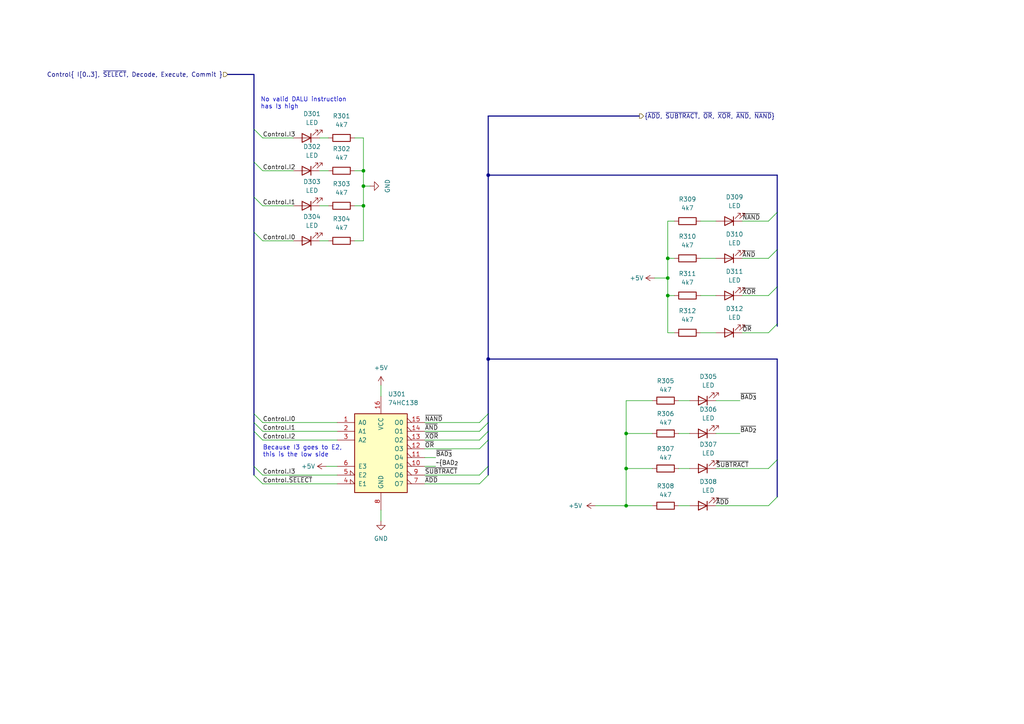
<source format=kicad_sch>
(kicad_sch (version 20211123) (generator eeschema)
  (paper "A4")
  (lib_symbols
    (symbol "74xx:74LS138" (pin_names (offset 1.016))
      (property "Reference" "U" (at -7.62 11.43 0))
      (property "Value" "74LS138" (at -7.62 -13.97 0))
      (symbol "74LS138_1_0"
        (pin input line (at -12.7 7.62 0) (length 5.08) (name "A0") (number "1"))
        (pin output output_low (at 12.7 -5.08 180) (length 5.08) (name "O5") (number "10"))
        (pin output output_low (at 12.7 -2.54 180) (length 5.08) (name "O4") (number "11"))
        (pin output output_low (at 12.7 0 180) (length 5.08) (name "O3") (number "12"))
        (pin output output_low (at 12.7 2.54 180) (length 5.08) (name "O2") (number "13"))
        (pin output output_low (at 12.7 5.08 180) (length 5.08) (name "O1") (number "14"))
        (pin output output_low (at 12.7 7.62 180) (length 5.08) (name "O0") (number "15"))
        (pin power_in line (at 0 15.24 270) (length 5.08) (name "VCC") (number "16"))
        (pin input line (at -12.7 5.08 0) (length 5.08) (name "A1") (number "2"))
        (pin input line (at -12.7 2.54 0) (length 5.08) (name "A2") (number "3"))
        (pin input input_low (at -12.7 -10.16 0) (length 5.08) (name "E1") (number "4"))
        (pin input input_low (at -12.7 -7.62 0) (length 5.08) (name "E2") (number "5"))
        (pin input line (at -12.7 -5.08 0) (length 5.08) (name "E3") (number "6"))
        (pin output output_low (at 12.7 -10.16 180) (length 5.08) (name "O7") (number "7"))
        (pin power_in line (at 0 -17.78 90) (length 5.08) (name "GND") (number "8"))
        (pin output output_low (at 12.7 -7.62 180) (length 5.08) (name "O6") (number "9"))
      )
      (symbol "74LS138_1_1"
        (rectangle (start -7.62 10.16) (end 7.62 -12.7) (stroke (width 0.254)) (fill (type background)))
      )
    )
    (symbol "Device:LED" (pin_numbers hide) (pin_names (offset 1.016) hide)
      (property "Reference" "D" (at 0 2.54 0))
      (property "Value" "LED" (at 0 -2.54 0))
      (symbol "LED_0_1"
        (polyline (pts (xy -1.27 -1.27) (xy -1.27 1.27)) (stroke (width 0.254)))
        (polyline (pts (xy -1.27 0) (xy 1.27 0)))
        (polyline (pts (xy 1.27 -1.27) (xy 1.27 1.27) (xy -1.27 0) (xy 1.27 -1.27)) (stroke (width 0.254)))
        (polyline (pts (xy -3.048 -0.762) (xy -4.572 -2.286) (xy -3.81 -2.286) (xy -4.572 -2.286) (xy -4.572 -1.524)))
        (polyline (pts (xy -1.778 -0.762) (xy -3.302 -2.286) (xy -2.54 -2.286) (xy -3.302 -2.286) (xy -3.302 -1.524)))
      )
      (symbol "LED_1_1"
        (pin passive line (at -3.81 0 0) (length 2.54) (name "K") (number "1"))
        (pin passive line (at 3.81 0 180) (length 2.54) (name "A") (number "2"))
      )
    )
    (symbol "Device:R" (pin_numbers hide) (pin_names (offset 0))
      (property "Reference" "R" (at 2.032 0 90))
      (property "Value" "R" (at 0 0 90))
      (symbol "R_0_1"
        (rectangle (start -1.016 -2.54) (end 1.016 2.54) (stroke (width 0.254)))
      )
      (symbol "R_1_1"
        (pin passive line (at 0 3.81 270) (length 1.27) (name "~") (number "1"))
        (pin passive line (at 0 -3.81 90) (length 1.27) (name "~") (number "2"))
      )
    )
    (symbol "power:+5V" (power) (pin_names (offset 0))
      (property "Value" "+5V" (at 0 3.556 0))
      (symbol "+5V_0_1"
        (polyline (pts (xy -0.762 1.27) (xy 0 2.54)))
        (polyline (pts (xy 0 0) (xy 0 2.54)))
        (polyline (pts (xy 0 2.54) (xy 0.762 1.27)))
      )
      (symbol "+5V_1_1"
        (pin power_in line (at 0 0 90) (length 0) hide (name "+5V") (number "1"))
      )
    )
    (symbol "power:GND" (power) (pin_names (offset 0))
      (property "Value" "GND" (at 0 -3.81 0))
      (symbol "GND_0_1"
        (polyline (pts (xy 0 0) (xy 0 -1.27) (xy 1.27 -1.27) (xy 0 -2.54) (xy -1.27 -1.27) (xy 0 -1.27)))
      )
      (symbol "GND_1_1"
        (pin power_in line (at 0 0 270) (length 0) hide (name "GND") (number "1"))
      )
    )
  )
  (junction (at 105.41 59.69))
  (junction (at 141.605 104.14))
  (junction (at 105.41 53.975))
  (junction (at 141.605 50.8))
  (junction (at 193.675 74.93))
  (junction (at 193.675 85.725))
  (junction (at 181.61 135.89))
  (junction (at 105.41 49.53))
  (junction (at 193.675 80.645))
  (junction (at 181.61 125.73))
  (junction (at 181.61 146.685))
  (bus_entry (at 141.605 127.635) (size -2.54 2.54))
  (bus_entry (at 73.66 120.015) (size 2.54 2.54))
  (bus_entry (at 73.66 137.795) (size 2.54 2.54))
  (bus_entry (at 73.66 46.99) (size 2.54 2.54))
  (bus_entry (at 73.66 125.095) (size 2.54 2.54))
  (bus_entry (at 141.605 135.255) (size -2.54 2.54))
  (bus_entry (at 225.425 83.185) (size -2.54 2.54))
  (bus_entry (at 141.605 120.015) (size -2.54 2.54))
  (bus_entry (at 73.66 135.255) (size 2.54 2.54))
  (bus_entry (at 141.605 122.555) (size -2.54 2.54))
  (bus_entry (at 73.66 37.465) (size 2.54 2.54))
  (bus_entry (at 141.605 137.795) (size -2.54 2.54))
  (bus_entry (at 73.66 122.555) (size 2.54 2.54))
  (bus_entry (at 73.66 57.15) (size 2.54 2.54))
  (bus_entry (at 225.425 72.39) (size -2.54 2.54))
  (bus_entry (at 73.66 67.31) (size 2.54 2.54))
  (bus_entry (at 225.425 61.595) (size -2.54 2.54))
  (bus_entry (at 141.605 125.095) (size -2.54 2.54))
  (bus_entry (at 225.425 144.145) (size -2.54 2.54))
  (bus_entry (at 225.425 133.35) (size -2.54 2.54))
  (bus_entry (at 225.425 93.98) (size -2.54 2.54))
  (wire (pts (xy 92.71 49.53) (xy 95.25 49.53)))
  (wire (pts (xy 203.2 96.52) (xy 207.645 96.52)))
  (wire (pts (xy 193.675 85.725) (xy 195.58 85.725)))
  (wire (pts (xy 203.2 85.725) (xy 207.645 85.725)))
  (bus (pts (xy 73.66 37.465) (xy 73.66 46.99)))
  (wire (pts (xy 193.675 64.135) (xy 193.675 74.93)))
  (bus (pts (xy 73.66 135.255) (xy 73.66 137.795)))
  (wire (pts (xy 76.2 49.53) (xy 85.09 49.53)))
  (wire (pts (xy 76.2 59.69) (xy 85.09 59.69)))
  (wire (pts (xy 102.87 59.69) (xy 105.41 59.69)))
  (wire (pts (xy 123.19 130.175) (xy 139.065 130.175)))
  (bus (pts (xy 225.425 72.39) (xy 225.425 83.185)))
  (bus (pts (xy 73.66 21.59) (xy 73.66 37.465)))
  (wire (pts (xy 76.2 122.555) (xy 97.79 122.555)))
  (wire (pts (xy 123.19 125.095) (xy 139.065 125.095)))
  (wire (pts (xy 76.2 140.335) (xy 97.79 140.335)))
  (bus (pts (xy 141.605 50.8) (xy 141.605 104.14)))
  (wire (pts (xy 102.87 49.53) (xy 105.41 49.53)))
  (wire (pts (xy 203.2 74.93) (xy 207.645 74.93)))
  (wire (pts (xy 181.61 125.73) (xy 181.61 135.89)))
  (bus (pts (xy 73.66 125.095) (xy 73.66 135.255)))
  (bus (pts (xy 225.425 83.185) (xy 225.425 93.98)))
  (wire (pts (xy 193.675 74.93) (xy 193.675 80.645)))
  (wire (pts (xy 76.2 40.005) (xy 85.09 40.005)))
  (wire (pts (xy 181.61 146.685) (xy 189.23 146.685)))
  (wire (pts (xy 207.645 125.73) (xy 214.63 125.73)))
  (wire (pts (xy 196.85 146.685) (xy 200.025 146.685)))
  (wire (pts (xy 181.61 135.89) (xy 181.61 146.685)))
  (wire (pts (xy 123.19 140.335) (xy 139.065 140.335)))
  (wire (pts (xy 189.23 125.73) (xy 181.61 125.73)))
  (wire (pts (xy 105.41 59.69) (xy 105.41 69.85)))
  (bus (pts (xy 141.605 104.14) (xy 141.605 120.015)))
  (wire (pts (xy 193.675 96.52) (xy 195.58 96.52)))
  (bus (pts (xy 141.605 125.095) (xy 141.605 127.635)))
  (wire (pts (xy 76.2 125.095) (xy 97.79 125.095)))
  (bus (pts (xy 73.66 67.31) (xy 73.66 120.015)))
  (wire (pts (xy 181.61 116.205) (xy 181.61 125.73)))
  (bus (pts (xy 66.04 21.59) (xy 73.66 21.59)))
  (wire (pts (xy 123.19 122.555) (xy 139.065 122.555)))
  (wire (pts (xy 193.675 80.645) (xy 193.675 85.725)))
  (wire (pts (xy 207.645 116.205) (xy 214.63 116.205)))
  (wire (pts (xy 215.265 64.135) (xy 222.885 64.135)))
  (wire (pts (xy 196.85 116.205) (xy 200.025 116.205)))
  (bus (pts (xy 73.66 122.555) (xy 73.66 125.095)))
  (wire (pts (xy 92.71 40.005) (xy 95.25 40.005)))
  (bus (pts (xy 225.425 50.8) (xy 225.425 61.595)))
  (bus (pts (xy 225.425 93.98) (xy 225.425 94.615)))
  (wire (pts (xy 196.85 125.73) (xy 200.025 125.73)))
  (wire (pts (xy 94.615 135.255) (xy 97.79 135.255)))
  (wire (pts (xy 110.49 111.76) (xy 110.49 114.935)))
  (wire (pts (xy 105.41 69.85) (xy 102.87 69.85)))
  (wire (pts (xy 215.265 85.725) (xy 222.885 85.725)))
  (bus (pts (xy 141.605 33.655) (xy 141.605 50.8)))
  (bus (pts (xy 225.425 104.14) (xy 225.425 133.35)))
  (bus (pts (xy 141.605 50.8) (xy 225.425 50.8)))
  (wire (pts (xy 105.41 53.975) (xy 107.315 53.975)))
  (wire (pts (xy 105.41 49.53) (xy 105.41 53.975)))
  (wire (pts (xy 76.2 137.795) (xy 97.79 137.795)))
  (bus (pts (xy 73.66 57.15) (xy 73.66 67.31)))
  (bus (pts (xy 225.425 133.35) (xy 225.425 144.145)))
  (wire (pts (xy 207.645 135.89) (xy 222.885 135.89)))
  (bus (pts (xy 73.66 46.99) (xy 73.66 57.15)))
  (wire (pts (xy 193.675 85.725) (xy 193.675 96.52)))
  (bus (pts (xy 141.605 104.14) (xy 225.425 104.14)))
  (wire (pts (xy 123.19 127.635) (xy 139.065 127.635)))
  (wire (pts (xy 196.85 135.89) (xy 200.025 135.89)))
  (wire (pts (xy 203.2 64.135) (xy 207.645 64.135)))
  (wire (pts (xy 76.2 127.635) (xy 97.79 127.635)))
  (wire (pts (xy 189.23 135.89) (xy 181.61 135.89)))
  (wire (pts (xy 123.19 137.795) (xy 139.065 137.795)))
  (wire (pts (xy 189.23 116.205) (xy 181.61 116.205)))
  (wire (pts (xy 172.72 146.685) (xy 181.61 146.685)))
  (bus (pts (xy 225.425 61.595) (xy 225.425 72.39)))
  (wire (pts (xy 110.49 147.955) (xy 110.49 151.13)))
  (bus (pts (xy 185.42 33.655) (xy 141.605 33.655)))
  (wire (pts (xy 102.87 40.005) (xy 105.41 40.005)))
  (wire (pts (xy 92.71 69.85) (xy 95.25 69.85)))
  (bus (pts (xy 141.605 135.255) (xy 141.605 137.795)))
  (wire (pts (xy 105.41 40.005) (xy 105.41 49.53)))
  (bus (pts (xy 141.605 122.555) (xy 141.605 125.095)))
  (wire (pts (xy 123.19 132.715) (xy 126.365 132.715)))
  (bus (pts (xy 141.605 127.635) (xy 141.605 135.255)))
  (wire (pts (xy 193.675 74.93) (xy 195.58 74.93)))
  (wire (pts (xy 215.265 96.52) (xy 222.885 96.52)))
  (bus (pts (xy 141.605 120.015) (xy 141.605 122.555)))
  (wire (pts (xy 215.265 74.93) (xy 222.885 74.93)))
  (wire (pts (xy 189.865 80.645) (xy 193.675 80.645)))
  (wire (pts (xy 195.58 64.135) (xy 193.675 64.135)))
  (wire (pts (xy 76.2 69.85) (xy 85.09 69.85)))
  (wire (pts (xy 123.19 135.255) (xy 126.365 135.255)))
  (wire (pts (xy 207.645 146.685) (xy 222.885 146.685)))
  (bus (pts (xy 73.66 120.015) (xy 73.66 122.555)))
  (wire (pts (xy 92.71 59.69) (xy 95.25 59.69)))
  (wire (pts (xy 105.41 53.975) (xy 105.41 59.69)))
  (text "No valid DALU instruction\nhas I_{3} high" (at 75.565 31.75 0) (effects (font (size 1.27 1.27)) (justify left bottom)))
  (text "Because I3 goes to E2,\nthis is the low side" (at 76.2 132.715 0) (effects (font (size 1.27 1.27)) (justify left bottom)))
  (label "~{OR}" (at 123.19 130.175 0))
  (label "Control.I1" (at 76.2 125.095 0))
  (label "~{SUBTRACT}" (at 207.645 135.89 0))
  (label "~{AND}" (at 215.265 74.93 0))
  (label "~{AND}" (at 123.19 125.095 0))
  (label "~{ADD}" (at 123.19 140.335 0))
  (label "~{ADD}" (at 207.645 146.685 0))
  (label "~{NAND}" (at 123.19 122.555 0))
  (label "~{BAD_{2}" (at 126.365 135.255 0))
  (label "Control.I1" (at 76.2 59.69 0))
  (label "Control.I2" (at 76.2 127.635 0))
  (label "Control.I3" (at 76.2 40.005 0))
  (label "~{NAND}" (at 215.265 64.135 0))
  (label "Control.~{SELECT}" (at 76.2 140.335 0))
  (label "~{BAD_{3}}" (at 126.365 132.715 0))
  (label "~{XOR}" (at 215.265 85.725 0))
  (label "Control.I2" (at 76.2 49.53 0))
  (label "~{XOR}" (at 123.19 127.635 0))
  (label "Control.I3" (at 76.2 137.795 0))
  (label "Control.I0" (at 76.2 122.555 0))
  (label "~{OR}" (at 215.265 96.52 0))
  (label "~{BAD_{3}}" (at 214.63 116.205 0))
  (label "~{BAD_{2}}" (at 214.63 125.73 0))
  (label "~{SUBTRACT}" (at 123.19 137.795 0))
  (label "Control.I0" (at 76.2 69.85 0))
  (hierarchical_label "Control{ I[0..3], ~{SELECT}, Decode, Execute, Commit }" (shape input) (at 66.04 21.59 180))
  (hierarchical_label "{~{ADD}, ~{SUBTRACT}, ~{OR}, ~{XOR}, ~{AND}, ~{NAND}}" (shape output) (at 185.42 33.655 0))
  (symbol (lib_id "power:GND") (at 110.49 151.13 0) (unit 1)
    (property "Reference" "#PWR0304" (effects hide))
    (property "Value" "GND" (at 110.49 156.21 0))
  )
  (symbol (lib_id "Device:R") (at 193.04 116.205 270) (unit 1)
    (property "Reference" "R305" (at 193.04 110.49 90))
    (property "Value" "4k7" (at 193.04 113.03 90))
    (property "Footprint" "Resistor_SMD:R_0603_1608Metric" (effects hide))
    (property "Datasheet" "https://datasheet.lcsc.com/lcsc/2206010116_UNI-ROYAL-Uniroyal-Elec-0603WAF4701T5E_C23162.pdf" (effects hide))
    (property "LCSC" "C23162" (effects hide))
  )
  (symbol (lib_id "Device:R") (at 193.04 135.89 270) (unit 1)
    (property "Reference" "R307" (at 193.04 130.175 90))
    (property "Value" "4k7" (at 193.04 132.715 90))
    (property "Footprint" "Resistor_SMD:R_0603_1608Metric" (effects hide))
    (property "Datasheet" "https://datasheet.lcsc.com/lcsc/2206010116_UNI-ROYAL-Uniroyal-Elec-0603WAF4701T5E_C23162.pdf" (effects hide))
    (property "LCSC" "C23162" (effects hide))
  )
  (symbol (lib_id "74xx:74LS138") (at 110.49 130.175 0) (unit 1)
    (property "Reference" "U301" (at 112.5094 114.3 0) (effects (justify left)))
    (property "Value" "74HC138" (at 112.5094 116.84 0) (effects (justify left)))
    (property "Footprint" "Package_DIP:DIP-16_W7.62mm_Socket" (effects hide))
    (property "Datasheet" "http://www.ti.com/lit/gpn/sn74LS138" (effects hide))
  )
  (symbol (lib_id "Device:R") (at 199.39 85.725 270) (unit 1)
    (property "Reference" "R311" (at 199.39 79.375 90))
    (property "Value" "4k7" (at 199.39 81.915 90))
    (property "Footprint" "Resistor_SMD:R_0603_1608Metric" (effects hide))
    (property "Datasheet" "https://datasheet.lcsc.com/lcsc/2206010116_UNI-ROYAL-Uniroyal-Elec-0603WAF4701T5E_C23162.pdf" (effects hide))
    (property "LCSC" "C23162" (effects hide))
  )
  (symbol (lib_id "Device:R") (at 193.04 146.685 270) (unit 1)
    (property "Reference" "R308" (at 193.04 140.97 90))
    (property "Value" "4k7" (at 193.04 143.51 90))
    (property "Footprint" "Resistor_SMD:R_0603_1608Metric" (effects hide))
    (property "Datasheet" "https://datasheet.lcsc.com/lcsc/2206010116_UNI-ROYAL-Uniroyal-Elec-0603WAF4701T5E_C23162.pdf" (effects hide))
    (property "LCSC" "C23162" (effects hide))
  )
  (symbol (lib_id "Device:R") (at 199.39 96.52 270) (unit 1)
    (property "Reference" "R312" (at 199.39 90.17 90))
    (property "Value" "4k7" (at 199.39 92.71 90))
    (property "Footprint" "Resistor_SMD:R_0603_1608Metric" (effects hide))
    (property "Datasheet" "https://datasheet.lcsc.com/lcsc/2206010116_UNI-ROYAL-Uniroyal-Elec-0603WAF4701T5E_C23162.pdf" (effects hide))
    (property "LCSC" "C23162" (effects hide))
  )
  (symbol (lib_id "power:+5V") (at 189.865 80.645 90) (unit 1)
    (property "Reference" "#PWR0306" (effects hide))
    (property "Value" "+5V" (at 186.69 80.6449 90) (effects (justify left)))
  )
  (symbol (lib_id "Device:LED") (at 203.835 125.73 180) (unit 1)
    (property "Reference" "D306" (at 205.4225 118.745 0))
    (property "Value" "LED" (at 205.4225 121.285 0))
    (property "Footprint" "LED_SMD:LED_0603_1608Metric" (effects hide))
    (property "Datasheet" "https://datasheet.lcsc.com/lcsc/1810231112_Hubei-KENTO-Elec-KT-0603R_C2286.pdf" (effects hide))
    (property "LCSC" "C2286" (effects hide))
  )
  (symbol (lib_id "Device:LED") (at 203.835 116.205 180) (unit 1)
    (property "Reference" "D305" (at 205.4225 109.22 0))
    (property "Value" "LED" (at 205.4225 111.76 0))
    (property "Footprint" "LED_SMD:LED_0603_1608Metric" (effects hide))
    (property "Datasheet" "https://datasheet.lcsc.com/lcsc/1810231112_Hubei-KENTO-Elec-KT-0603R_C2286.pdf" (effects hide))
    (property "LCSC" "C2286" (effects hide))
  )
  (symbol (lib_id "Device:LED") (at 88.9 59.69 180) (unit 1)
    (property "Reference" "D303" (at 90.4875 52.705 0))
    (property "Value" "LED" (at 90.4875 55.245 0))
    (property "Footprint" "LED_SMD:LED_0603_1608Metric" (effects hide))
    (property "Datasheet" "https://datasheet.lcsc.com/lcsc/1811101510_Everlight-Elec-19-217-GHC-YR1S2-3T_C72043.pdf" (effects hide))
    (property "LCSC" "C72043" (effects hide))
  )
  (symbol (lib_id "Device:LED") (at 203.835 146.685 180) (unit 1)
    (property "Reference" "D308" (at 205.4225 139.7 0))
    (property "Value" "LED" (at 205.4225 142.24 0))
    (property "Footprint" "LED_SMD:LED_0603_1608Metric" (effects hide))
    (property "Datasheet" "https://datasheet.lcsc.com/lcsc/1811101510_Everlight-Elec-19-217-GHC-YR1S2-3T_C72043.pdf" (effects hide))
    (property "LCSC" "C72043" (effects hide))
  )
  (symbol (lib_id "Device:LED") (at 211.455 96.52 180) (unit 1)
    (property "Reference" "D312" (at 213.0425 89.535 0))
    (property "Value" "LED" (at 213.0425 92.075 0))
    (property "Footprint" "LED_SMD:LED_0603_1608Metric" (effects hide))
    (property "Datasheet" "https://datasheet.lcsc.com/lcsc/1811101510_Everlight-Elec-19-217-GHC-YR1S2-3T_C72043.pdf" (effects hide))
    (property "LCSC" "C72043" (effects hide))
  )
  (symbol (lib_id "Device:LED") (at 88.9 40.005 180) (unit 1)
    (property "Reference" "D301" (at 90.4875 33.02 0))
    (property "Value" "LED" (at 90.4875 35.56 0))
    (property "Footprint" "LED_SMD:LED_0603_1608Metric" (effects hide))
    (property "Datasheet" "https://datasheet.lcsc.com/lcsc/1810231112_Hubei-KENTO-Elec-KT-0603R_C2286.pdf" (effects hide))
    (property "LCSC" "C2286" (effects hide))
  )
  (symbol (lib_id "Device:LED") (at 211.455 64.135 180) (unit 1)
    (property "Reference" "D309" (at 213.0425 57.15 0))
    (property "Value" "LED" (at 213.0425 59.69 0))
    (property "Footprint" "LED_SMD:LED_0603_1608Metric" (effects hide))
    (property "Datasheet" "https://datasheet.lcsc.com/lcsc/1811101510_Everlight-Elec-19-217-GHC-YR1S2-3T_C72043.pdf" (effects hide))
    (property "LCSC" "C72043" (effects hide))
  )
  (symbol (lib_id "Device:LED") (at 88.9 49.53 180) (unit 1)
    (property "Reference" "D302" (at 90.4875 42.545 0))
    (property "Value" "LED" (at 90.4875 45.085 0))
    (property "Footprint" "LED_SMD:LED_0603_1608Metric" (effects hide))
    (property "Datasheet" "https://datasheet.lcsc.com/lcsc/1811101510_Everlight-Elec-19-217-GHC-YR1S2-3T_C72043.pdf" (effects hide))
    (property "LCSC" "C72043" (effects hide))
  )
  (symbol (lib_id "Device:R") (at 199.39 74.93 270) (unit 1)
    (property "Reference" "R310" (at 199.39 68.58 90))
    (property "Value" "4k7" (at 199.39 71.12 90))
    (property "Footprint" "Resistor_SMD:R_0603_1608Metric" (effects hide))
    (property "Datasheet" "https://datasheet.lcsc.com/lcsc/2206010116_UNI-ROYAL-Uniroyal-Elec-0603WAF4701T5E_C23162.pdf" (effects hide))
    (property "LCSC" "C23162" (effects hide))
  )
  (symbol (lib_id "Device:R") (at 99.06 59.69 270) (unit 1)
    (property "Reference" "R303" (at 99.06 53.34 90))
    (property "Value" "4k7" (at 99.06 55.88 90))
    (property "Footprint" "Resistor_SMD:R_0603_1608Metric" (effects hide))
    (property "Datasheet" "https://datasheet.lcsc.com/lcsc/2206010116_UNI-ROYAL-Uniroyal-Elec-0603WAF4701T5E_C23162.pdf" (effects hide))
    (property "LCSC" "C23162" (effects hide))
  )
  (symbol (lib_id "Device:LED") (at 88.9 69.85 180) (unit 1)
    (property "Reference" "D304" (at 90.4875 62.865 0))
    (property "Value" "LED" (at 90.4875 65.405 0))
    (property "Footprint" "LED_SMD:LED_0603_1608Metric" (effects hide))
    (property "Datasheet" "https://datasheet.lcsc.com/lcsc/1811101510_Everlight-Elec-19-217-GHC-YR1S2-3T_C72043.pdf" (effects hide))
    (property "LCSC" "C72043" (effects hide))
  )
  (symbol (lib_id "power:+5V") (at 172.72 146.685 90) (unit 1)
    (property "Reference" "#PWR0305" (effects hide))
    (property "Value" "+5V" (at 168.91 146.6849 90) (effects (justify left)))
  )
  (symbol (lib_id "power:+5V") (at 110.49 111.76 0) (unit 1)
    (property "Reference" "#PWR0303" (effects hide))
    (property "Value" "+5V" (at 110.49 106.68 0))
  )
  (symbol (lib_id "power:+5V") (at 94.615 135.255 90) (unit 1)
    (property "Reference" "#PWR0301" (effects hide))
    (property "Value" "+5V" (at 91.44 135.2549 90) (effects (justify left)))
  )
  (symbol (lib_id "Device:R") (at 99.06 49.53 270) (unit 1)
    (property "Reference" "R302" (at 99.06 43.18 90))
    (property "Value" "4k7" (at 99.06 45.72 90))
    (property "Footprint" "Resistor_SMD:R_0603_1608Metric" (effects hide))
    (property "Datasheet" "https://datasheet.lcsc.com/lcsc/2206010116_UNI-ROYAL-Uniroyal-Elec-0603WAF4701T5E_C23162.pdf" (effects hide))
    (property "LCSC" "C23162" (effects hide))
  )
  (symbol (lib_id "Device:R") (at 199.39 64.135 270) (unit 1)
    (property "Reference" "R309" (at 199.39 57.785 90))
    (property "Value" "4k7" (at 199.39 60.325 90))
    (property "Footprint" "Resistor_SMD:R_0603_1608Metric" (effects hide))
    (property "Datasheet" "https://datasheet.lcsc.com/lcsc/2206010116_UNI-ROYAL-Uniroyal-Elec-0603WAF4701T5E_C23162.pdf" (effects hide))
    (property "LCSC" "C23162" (effects hide))
  )
  (symbol (lib_id "Device:R") (at 99.06 69.85 270) (unit 1)
    (property "Reference" "R304" (at 99.06 63.5 90))
    (property "Value" "4k7" (at 99.06 66.04 90))
    (property "Footprint" "Resistor_SMD:R_0603_1608Metric" (effects hide))
    (property "Datasheet" "https://datasheet.lcsc.com/lcsc/2206010116_UNI-ROYAL-Uniroyal-Elec-0603WAF4701T5E_C23162.pdf" (effects hide))
    (property "LCSC" "C23162" (effects hide))
  )
  (symbol (lib_id "Device:LED") (at 203.835 135.89 180) (unit 1)
    (property "Reference" "D307" (at 205.4225 128.905 0))
    (property "Value" "LED" (at 205.4225 131.445 0))
    (property "Footprint" "LED_SMD:LED_0603_1608Metric" (effects hide))
    (property "Datasheet" "https://datasheet.lcsc.com/lcsc/1811101510_Everlight-Elec-19-217-GHC-YR1S2-3T_C72043.pdf" (effects hide))
    (property "LCSC" "C72043" (effects hide))
  )
  (symbol (lib_id "Device:R") (at 99.06 40.005 270) (unit 1)
    (property "Reference" "R301" (at 99.06 33.655 90))
    (property "Value" "4k7" (at 99.06 36.195 90))
    (property "Footprint" "Resistor_SMD:R_0603_1608Metric" (effects hide))
    (property "Datasheet" "https://datasheet.lcsc.com/lcsc/2206010116_UNI-ROYAL-Uniroyal-Elec-0603WAF4701T5E_C23162.pdf" (effects hide))
    (property "LCSC" "C23162" (effects hide))
  )
  (symbol (lib_id "Device:LED") (at 211.455 85.725 180) (unit 1)
    (property "Reference" "D311" (at 213.0425 78.74 0))
    (property "Value" "LED" (at 213.0425 81.28 0))
    (property "Footprint" "LED_SMD:LED_0603_1608Metric" (effects hide))
    (property "Datasheet" "https://datasheet.lcsc.com/lcsc/1811101510_Everlight-Elec-19-217-GHC-YR1S2-3T_C72043.pdf" (effects hide))
    (property "LCSC" "C72043" (effects hide))
  )
  (symbol (lib_id "Device:R") (at 193.04 125.73 270) (unit 1)
    (property "Reference" "R306" (at 193.04 120.015 90))
    (property "Value" "4k7" (at 193.04 122.555 90))
    (property "Footprint" "Resistor_SMD:R_0603_1608Metric" (effects hide))
    (property "Datasheet" "https://datasheet.lcsc.com/lcsc/2206010116_UNI-ROYAL-Uniroyal-Elec-0603WAF4701T5E_C23162.pdf" (effects hide))
    (property "LCSC" "C23162" (effects hide))
  )
  (symbol (lib_id "power:GND") (at 107.315 53.975 90) (unit 1)
    (property "Reference" "#PWR0302" (effects hide))
    (property "Value" "GND" (at 112.395 53.975 0))
  )
  (symbol (lib_id "Device:LED") (at 211.455 74.93 180) (unit 1)
    (property "Reference" "D310" (at 213.0425 67.945 0))
    (property "Value" "LED" (at 213.0425 70.485 0))
    (property "Footprint" "LED_SMD:LED_0603_1608Metric" (effects hide))
    (property "Datasheet" "https://datasheet.lcsc.com/lcsc/1811101510_Everlight-Elec-19-217-GHC-YR1S2-3T_C72043.pdf" (effects hide))
    (property "LCSC" "C72043" (effects hide))
  )
)
</source>
